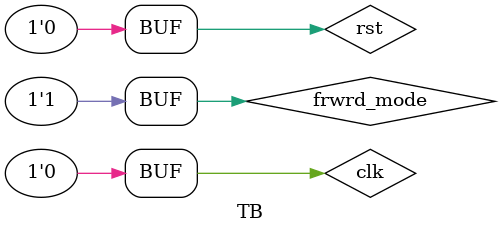
<source format=v>
`timescale 1ns/1ns
module TB();

	reg clk = 1'b0, rst = 1'b0, frwrd_mode = 1'b1;

	ARM ARM(.clk(clk), .rst(rst), .frwrd_mode(frwrd_mode));

	initial begin
	  	#200
		clk = 1'b0;
		repeat(5000) begin
		  	clk = ~clk;
			#10;
		end
	end

	
	initial begin
		#10
		rst = 1'b1;
		#140
		rst = 1'b0;
	end

endmodule
</source>
